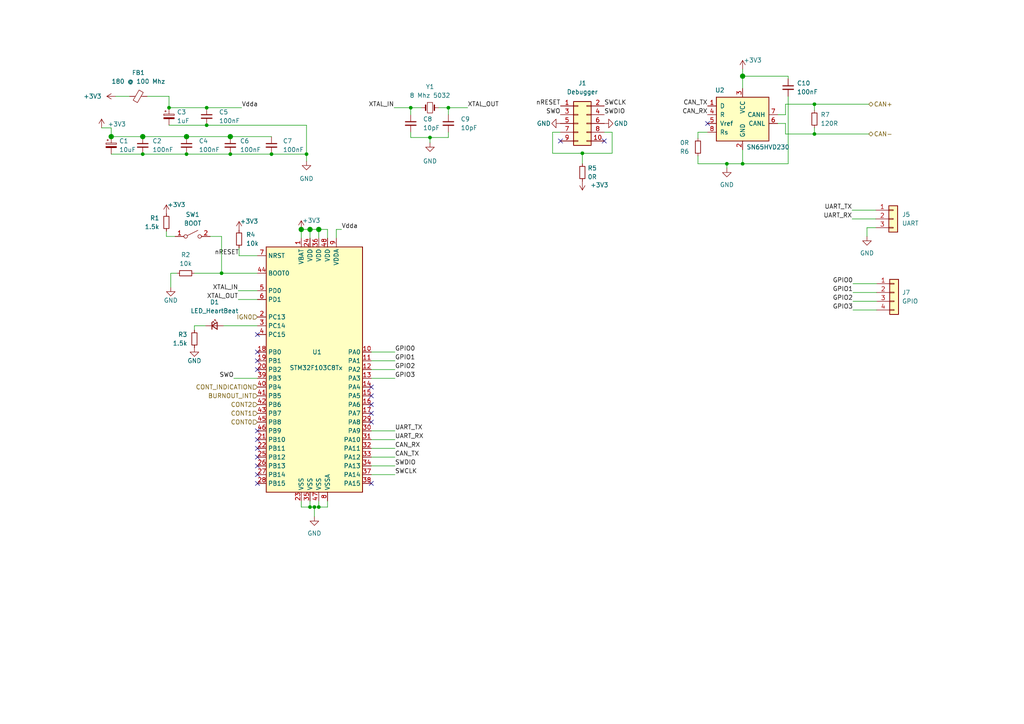
<source format=kicad_sch>
(kicad_sch (version 20210621) (generator eeschema)
  (paper "A4")
  (lib_symbols
    (symbol "Connector_Generic:Conn_01x03" (pin_names (offset 1.016) hide)
      (property "Reference" "J" (at 0 5.08 0))
      (property "Value" "Conn_01x03" (at 0 -5.08 0))
      (symbol "Conn_01x03_1_1"
        (rectangle (start -1.27 -2.413) (end 0 -2.667) (stroke (width 0.1524)))
        (rectangle (start -1.27 0.127) (end 0 -0.127) (stroke (width 0.1524)))
        (rectangle (start -1.27 2.667) (end 0 2.413) (stroke (width 0.1524)))
        (rectangle (start -1.27 3.81) (end 1.27 -3.81) (stroke (width 0.254)) (fill (type background)))
        (pin passive line (at -5.08 2.54 0) (length 3.81) (name "Pin_1") (number "1"))
        (pin passive line (at -5.08 0 0) (length 3.81) (name "Pin_2") (number "2"))
        (pin passive line (at -5.08 -2.54 0) (length 3.81) (name "Pin_3") (number "3"))
      )
    )
    (symbol "Connector_Generic:Conn_01x04" (pin_names (offset 1.016) hide)
      (property "Reference" "J" (at 0 5.08 0))
      (property "Value" "Conn_01x04" (at 0 -7.62 0))
      (symbol "Conn_01x04_1_1"
        (rectangle (start -1.27 -4.953) (end 0 -5.207) (stroke (width 0.1524)))
        (rectangle (start -1.27 -2.413) (end 0 -2.667) (stroke (width 0.1524)))
        (rectangle (start -1.27 0.127) (end 0 -0.127) (stroke (width 0.1524)))
        (rectangle (start -1.27 2.667) (end 0 2.413) (stroke (width 0.1524)))
        (rectangle (start -1.27 3.81) (end 1.27 -6.35) (stroke (width 0.254)) (fill (type background)))
        (pin passive line (at -5.08 2.54 0) (length 3.81) (name "Pin_1") (number "1"))
        (pin passive line (at -5.08 0 0) (length 3.81) (name "Pin_2") (number "2"))
        (pin passive line (at -5.08 -2.54 0) (length 3.81) (name "Pin_3") (number "3"))
        (pin passive line (at -5.08 -5.08 0) (length 3.81) (name "Pin_4") (number "4"))
      )
    )
    (symbol "Connector_Generic:Conn_02x05_Odd_Even" (pin_names (offset 1.016) hide)
      (property "Reference" "J" (at 1.27 7.62 0))
      (property "Value" "Conn_02x05_Odd_Even" (at 1.27 -7.62 0))
      (symbol "Conn_02x05_Odd_Even_1_1"
        (rectangle (start -1.27 -4.953) (end 0 -5.207) (stroke (width 0.1524)))
        (rectangle (start -1.27 -2.413) (end 0 -2.667) (stroke (width 0.1524)))
        (rectangle (start -1.27 0.127) (end 0 -0.127) (stroke (width 0.1524)))
        (rectangle (start -1.27 2.667) (end 0 2.413) (stroke (width 0.1524)))
        (rectangle (start -1.27 5.207) (end 0 4.953) (stroke (width 0.1524)))
        (rectangle (start 3.81 -4.953) (end 2.54 -5.207) (stroke (width 0.1524)))
        (rectangle (start 3.81 -2.413) (end 2.54 -2.667) (stroke (width 0.1524)))
        (rectangle (start 3.81 0.127) (end 2.54 -0.127) (stroke (width 0.1524)))
        (rectangle (start 3.81 2.667) (end 2.54 2.413) (stroke (width 0.1524)))
        (rectangle (start 3.81 5.207) (end 2.54 4.953) (stroke (width 0.1524)))
        (rectangle (start -1.27 6.35) (end 3.81 -6.35) (stroke (width 0.254)) (fill (type background)))
        (pin passive line (at -5.08 5.08 0) (length 3.81) (name "Pin_1") (number "1"))
        (pin passive line (at 7.62 -5.08 180) (length 3.81) (name "Pin_10") (number "10"))
        (pin passive line (at 7.62 5.08 180) (length 3.81) (name "Pin_2") (number "2"))
        (pin passive line (at -5.08 2.54 0) (length 3.81) (name "Pin_3") (number "3"))
        (pin passive line (at 7.62 2.54 180) (length 3.81) (name "Pin_4") (number "4"))
        (pin passive line (at -5.08 0 0) (length 3.81) (name "Pin_5") (number "5"))
        (pin passive line (at 7.62 0 180) (length 3.81) (name "Pin_6") (number "6"))
        (pin passive line (at -5.08 -2.54 0) (length 3.81) (name "Pin_7") (number "7"))
        (pin passive line (at 7.62 -2.54 180) (length 3.81) (name "Pin_8") (number "8"))
        (pin passive line (at -5.08 -5.08 0) (length 3.81) (name "Pin_9") (number "9"))
      )
    )
    (symbol "Device:C_Polarized_Small" (pin_numbers hide) (pin_names (offset 0.254) hide)
      (property "Reference" "C" (at 0.254 1.778 0))
      (property "Value" "C_Polarized_Small" (at 0.254 -2.032 0))
      (symbol "C_Polarized_Small_0_1"
        (rectangle (start -1.524 0.6858) (end 1.524 0.3048))
        (rectangle (start -1.524 -0.3048) (end 1.524 -0.6858) (fill (type outline)))
        (polyline (pts (xy -1.27 1.524) (xy -0.762 1.524)))
        (polyline (pts (xy -1.016 1.27) (xy -1.016 1.778)))
      )
      (symbol "C_Polarized_Small_1_1"
        (pin passive line (at 0 2.54 270) (length 1.8542) (name "~") (number "1"))
        (pin passive line (at 0 -2.54 90) (length 1.8542) (name "~") (number "2"))
      )
    )
    (symbol "Device:C_Small" (pin_numbers hide) (pin_names (offset 0.254) hide)
      (property "Reference" "C" (at 0.254 1.778 0))
      (property "Value" "C_Small" (at 0.254 -2.032 0))
      (symbol "C_Small_0_1"
        (polyline (pts (xy -1.524 -0.508) (xy 1.524 -0.508)) (stroke (width 0.3302)))
        (polyline (pts (xy -1.524 0.508) (xy 1.524 0.508)) (stroke (width 0.3048)))
      )
      (symbol "C_Small_1_1"
        (pin passive line (at 0 2.54 270) (length 2.032) (name "~") (number "1"))
        (pin passive line (at 0 -2.54 90) (length 2.032) (name "~") (number "2"))
      )
    )
    (symbol "Device:Crystal_Small" (pin_numbers hide) (pin_names (offset 1.016) hide)
      (property "Reference" "Y" (at 0 2.54 0))
      (property "Value" "Crystal_Small" (at 0 -2.54 0))
      (symbol "Crystal_Small_0_1"
        (rectangle (start -0.762 -1.524) (end 0.762 1.524))
        (polyline (pts (xy -1.27 -0.762) (xy -1.27 0.762)) (stroke (width 0.381)))
        (polyline (pts (xy 1.27 -0.762) (xy 1.27 0.762)) (stroke (width 0.381)))
      )
      (symbol "Crystal_Small_1_1"
        (pin passive line (at -2.54 0 0) (length 1.27) (name "1") (number "1"))
        (pin passive line (at 2.54 0 180) (length 1.27) (name "2") (number "2"))
      )
    )
    (symbol "Device:FerriteBead_Small" (pin_numbers hide) (pin_names (offset 0))
      (property "Reference" "FB" (at 1.905 1.27 0))
      (property "Value" "FerriteBead_Small" (at 1.905 -1.27 0))
      (symbol "FerriteBead_Small_0_1"
        (polyline (pts (xy 0 -1.27) (xy 0 -0.7874)))
        (polyline (pts (xy 0 0.889) (xy 0 1.2954)))
        (polyline (pts (xy -1.8288 0.2794) (xy -1.1176 1.4986) (xy 1.8288 -0.2032) (xy 1.1176 -1.4224) (xy -1.8288 0.2794)))
      )
      (symbol "FerriteBead_Small_1_1"
        (pin passive line (at 0 2.54 270) (length 1.27) (name "~") (number "1"))
        (pin passive line (at 0 -2.54 90) (length 1.27) (name "~") (number "2"))
      )
    )
    (symbol "Device:LED_Small" (pin_numbers hide) (pin_names (offset 0.254) hide)
      (property "Reference" "D" (at -1.27 3.175 0))
      (property "Value" "LED_Small" (at -4.445 -2.54 0))
      (symbol "LED_Small_0_1"
        (polyline (pts (xy -0.762 -1.016) (xy -0.762 1.016)) (stroke (width 0.254)))
        (polyline (pts (xy 1.016 0) (xy -0.762 0)))
        (polyline (pts (xy 0.762 -1.016) (xy -0.762 0) (xy 0.762 1.016) (xy 0.762 -1.016)) (stroke (width 0.254)))
        (polyline (pts (xy 0 0.762) (xy -0.508 1.27) (xy -0.254 1.27) (xy -0.508 1.27) (xy -0.508 1.016)))
        (polyline (pts (xy 0.508 1.27) (xy 0 1.778) (xy 0.254 1.778) (xy 0 1.778) (xy 0 1.524)))
      )
      (symbol "LED_Small_1_1"
        (pin passive line (at -2.54 0 0) (length 1.778) (name "K") (number "1"))
        (pin passive line (at 2.54 0 180) (length 1.778) (name "A") (number "2"))
      )
    )
    (symbol "Device:R_Small" (pin_numbers hide) (pin_names (offset 0.254) hide)
      (property "Reference" "R" (at 0.762 0.508 0))
      (property "Value" "R_Small" (at 0.762 -1.016 0))
      (symbol "R_Small_0_1"
        (rectangle (start -0.762 1.778) (end 0.762 -1.778) (stroke (width 0.2032)))
      )
      (symbol "R_Small_1_1"
        (pin passive line (at 0 2.54 270) (length 0.762) (name "~") (number "1"))
        (pin passive line (at 0 -2.54 90) (length 0.762) (name "~") (number "2"))
      )
    )
    (symbol "Interface_CAN_LIN:SN65HVD230" (pin_names (offset 1.016))
      (property "Reference" "U" (at -2.54 10.16 0))
      (property "Value" "SN65HVD230" (at -2.54 7.62 0))
      (symbol "SN65HVD230_0_1"
        (rectangle (start -7.62 5.08) (end 7.62 -7.62) (stroke (width 0.254)) (fill (type background)))
      )
      (symbol "SN65HVD230_1_1"
        (pin input line (at -10.16 2.54 0) (length 2.54) (name "D") (number "1"))
        (pin power_in line (at 0 -10.16 90) (length 2.54) (name "GND") (number "2"))
        (pin power_in line (at 0 7.62 270) (length 2.54) (name "VCC") (number "3"))
        (pin output line (at -10.16 0 0) (length 2.54) (name "R") (number "4"))
        (pin output line (at -10.16 -2.54 0) (length 2.54) (name "Vref") (number "5"))
        (pin bidirectional line (at 10.16 -2.54 180) (length 2.54) (name "CANL") (number "6"))
        (pin bidirectional line (at 10.16 0 180) (length 2.54) (name "CANH") (number "7"))
        (pin input line (at -10.16 -5.08 0) (length 2.54) (name "Rs") (number "8"))
      )
    )
    (symbol "MCU_ST_STM32F1:STM32F103C8Tx"
      (property "Reference" "U" (at -15.24 36.83 0))
      (property "Value" "STM32F103C8Tx" (at 7.62 36.83 0))
      (symbol "STM32F103C8Tx_0_1"
        (rectangle (start -15.24 -35.56) (end 12.7 35.56) (stroke (width 0.254)) (fill (type background)))
      )
      (symbol "STM32F103C8Tx_1_1"
        (pin power_in line (at -5.08 38.1 270) (length 2.54) (name "VBAT") (number "1"))
        (pin bidirectional line (at 15.24 5.08 180) (length 2.54) (name "PA0") (number "10"))
        (pin bidirectional line (at 15.24 2.54 180) (length 2.54) (name "PA1") (number "11"))
        (pin bidirectional line (at 15.24 0 180) (length 2.54) (name "PA2") (number "12"))
        (pin bidirectional line (at 15.24 -2.54 180) (length 2.54) (name "PA3") (number "13"))
        (pin bidirectional line (at 15.24 -5.08 180) (length 2.54) (name "PA4") (number "14"))
        (pin bidirectional line (at 15.24 -7.62 180) (length 2.54) (name "PA5") (number "15"))
        (pin bidirectional line (at 15.24 -10.16 180) (length 2.54) (name "PA6") (number "16"))
        (pin bidirectional line (at 15.24 -12.7 180) (length 2.54) (name "PA7") (number "17"))
        (pin bidirectional line (at -17.78 5.08 0) (length 2.54) (name "PB0") (number "18"))
        (pin bidirectional line (at -17.78 2.54 0) (length 2.54) (name "PB1") (number "19"))
        (pin bidirectional line (at -17.78 15.24 0) (length 2.54) (name "PC13") (number "2"))
        (pin bidirectional line (at -17.78 0 0) (length 2.54) (name "PB2") (number "20"))
        (pin bidirectional line (at -17.78 -20.32 0) (length 2.54) (name "PB10") (number "21"))
        (pin bidirectional line (at -17.78 -22.86 0) (length 2.54) (name "PB11") (number "22"))
        (pin power_in line (at -5.08 -38.1 90) (length 2.54) (name "VSS") (number "23"))
        (pin power_in line (at -2.54 38.1 270) (length 2.54) (name "VDD") (number "24"))
        (pin bidirectional line (at -17.78 -25.4 0) (length 2.54) (name "PB12") (number "25"))
        (pin bidirectional line (at -17.78 -27.94 0) (length 2.54) (name "PB13") (number "26"))
        (pin bidirectional line (at -17.78 -30.48 0) (length 2.54) (name "PB14") (number "27"))
        (pin bidirectional line (at -17.78 -33.02 0) (length 2.54) (name "PB15") (number "28"))
        (pin bidirectional line (at 15.24 -15.24 180) (length 2.54) (name "PA8") (number "29"))
        (pin bidirectional line (at -17.78 12.7 0) (length 2.54) (name "PC14") (number "3"))
        (pin bidirectional line (at 15.24 -17.78 180) (length 2.54) (name "PA9") (number "30"))
        (pin bidirectional line (at 15.24 -20.32 180) (length 2.54) (name "PA10") (number "31"))
        (pin bidirectional line (at 15.24 -22.86 180) (length 2.54) (name "PA11") (number "32"))
        (pin bidirectional line (at 15.24 -25.4 180) (length 2.54) (name "PA12") (number "33"))
        (pin bidirectional line (at 15.24 -27.94 180) (length 2.54) (name "PA13") (number "34"))
        (pin power_in line (at -2.54 -38.1 90) (length 2.54) (name "VSS") (number "35"))
        (pin power_in line (at 0 38.1 270) (length 2.54) (name "VDD") (number "36"))
        (pin bidirectional line (at 15.24 -30.48 180) (length 2.54) (name "PA14") (number "37"))
        (pin bidirectional line (at 15.24 -33.02 180) (length 2.54) (name "PA15") (number "38"))
        (pin bidirectional line (at -17.78 -2.54 0) (length 2.54) (name "PB3") (number "39"))
        (pin bidirectional line (at -17.78 10.16 0) (length 2.54) (name "PC15") (number "4"))
        (pin bidirectional line (at -17.78 -5.08 0) (length 2.54) (name "PB4") (number "40"))
        (pin bidirectional line (at -17.78 -7.62 0) (length 2.54) (name "PB5") (number "41"))
        (pin bidirectional line (at -17.78 -10.16 0) (length 2.54) (name "PB6") (number "42"))
        (pin bidirectional line (at -17.78 -12.7 0) (length 2.54) (name "PB7") (number "43"))
        (pin input line (at -17.78 27.94 0) (length 2.54) (name "BOOT0") (number "44"))
        (pin bidirectional line (at -17.78 -15.24 0) (length 2.54) (name "PB8") (number "45"))
        (pin bidirectional line (at -17.78 -17.78 0) (length 2.54) (name "PB9") (number "46"))
        (pin power_in line (at 0 -38.1 90) (length 2.54) (name "VSS") (number "47"))
        (pin power_in line (at 2.54 38.1 270) (length 2.54) (name "VDD") (number "48"))
        (pin input line (at -17.78 22.86 0) (length 2.54) (name "PD0") (number "5"))
        (pin input line (at -17.78 20.32 0) (length 2.54) (name "PD1") (number "6"))
        (pin input line (at -17.78 33.02 0) (length 2.54) (name "NRST") (number "7"))
        (pin power_in line (at 2.54 -38.1 90) (length 2.54) (name "VSSA") (number "8"))
        (pin power_in line (at 5.08 38.1 270) (length 2.54) (name "VDDA") (number "9"))
      )
    )
    (symbol "Switch:SW_SPST" (pin_names (offset 0) hide)
      (property "Reference" "SW" (at 0 3.175 0))
      (property "Value" "SW_SPST" (at 0 -2.54 0))
      (symbol "SW_SPST_0_0"
        (circle (center -2.032 0) (radius 0.508))
        (circle (center 2.032 0) (radius 0.508))
        (polyline (pts (xy -1.524 0.254) (xy 1.524 1.778)))
      )
      (symbol "SW_SPST_1_1"
        (pin passive line (at -5.08 0 0) (length 2.54) (name "A") (number "1"))
        (pin passive line (at 5.08 0 180) (length 2.54) (name "B") (number "2"))
      )
    )
    (symbol "power:+3.3V" (power) (pin_names (offset 0))
      (property "Value" "+3.3V" (at 0 3.556 0))
      (symbol "+3.3V_0_1"
        (polyline (pts (xy -0.762 1.27) (xy 0 2.54)))
        (polyline (pts (xy 0 0) (xy 0 2.54)))
        (polyline (pts (xy 0 2.54) (xy 0.762 1.27)))
      )
      (symbol "+3.3V_1_1"
        (pin power_in line (at 0 0 90) (length 0) hide (name "+3V3") (number "1"))
      )
    )
    (symbol "power:GND" (power) (pin_names (offset 0))
      (property "Value" "GND" (at 0 -3.81 0))
      (symbol "GND_0_1"
        (polyline (pts (xy 0 0) (xy 0 -1.27) (xy 1.27 -1.27) (xy 0 -2.54) (xy -1.27 -1.27) (xy 0 -1.27)))
      )
      (symbol "GND_1_1"
        (pin power_in line (at 0 0 270) (length 0) hide (name "GND") (number "1"))
      )
    )
  )
  (junction (at 32.258 39.624) (diameter 1.36))
  (junction (at 41.402 39.624) (diameter 1.36))
  (junction (at 41.402 44.704) (diameter 0.9144))
  (junction (at 49.022 31.242) (diameter 0.9144))
  (junction (at 54.102 39.624) (diameter 1.36))
  (junction (at 54.102 44.704) (diameter 0.9144))
  (junction (at 59.944 31.242) (diameter 0.9144))
  (junction (at 59.944 36.322) (diameter 0.9144))
  (junction (at 64.262 79.248) (diameter 0.9144))
  (junction (at 66.802 39.624) (diameter 1.36))
  (junction (at 66.802 44.704) (diameter 0.9144))
  (junction (at 78.74 44.704) (diameter 0.9144))
  (junction (at 87.376 66.548) (diameter 1.36))
  (junction (at 88.9 44.704) (diameter 0.9144))
  (junction (at 89.916 66.548) (diameter 1.36))
  (junction (at 89.916 147.066) (diameter 0.9144))
  (junction (at 91.186 147.066) (diameter 0.9144))
  (junction (at 92.456 66.548) (diameter 1.36))
  (junction (at 92.456 147.066) (diameter 0.9144))
  (junction (at 119.126 31.242) (diameter 0.9144))
  (junction (at 124.714 39.878) (diameter 0.9144))
  (junction (at 130.048 31.242) (diameter 0.9144))
  (junction (at 168.91 44.45) (diameter 0.9144))
  (junction (at 210.82 47.498) (diameter 0.9144))
  (junction (at 215.392 22.098) (diameter 1.36))
  (junction (at 215.392 47.498) (diameter 0.9144))
  (junction (at 236.22 30.226) (diameter 0.9144))
  (junction (at 236.22 38.862) (diameter 0.9144))
  (no_connect (at 74.676 97.028))
  (no_connect (at 74.676 102.108))
  (no_connect (at 74.676 104.648))
  (no_connect (at 74.676 107.188))
  (no_connect (at 74.676 124.968))
  (no_connect (at 74.676 127.508))
  (no_connect (at 74.676 130.048))
  (no_connect (at 74.676 132.588))
  (no_connect (at 74.676 135.128))
  (no_connect (at 74.676 137.668))
  (no_connect (at 74.676 140.208))
  (no_connect (at 107.696 112.268))
  (no_connect (at 107.696 114.808))
  (no_connect (at 107.696 117.348))
  (no_connect (at 107.696 119.888))
  (no_connect (at 107.696 122.428))
  (no_connect (at 107.696 140.208))
  (no_connect (at 162.56 40.894))
  (no_connect (at 175.26 40.894))
  (no_connect (at 205.232 35.814))
  (wire (pts (xy 29.464 37.084) (xy 32.258 37.084)))
  (wire (pts (xy 32.258 37.084) (xy 32.258 39.624)))
  (wire (pts (xy 32.258 39.624) (xy 41.402 39.624)))
  (wire (pts (xy 33.528 27.94) (xy 37.592 27.94)))
  (wire (pts (xy 41.402 39.624) (xy 54.102 39.624)))
  (wire (pts (xy 41.402 44.704) (xy 32.258 44.704)))
  (wire (pts (xy 48.26 67.056) (xy 48.26 68.58)))
  (wire (pts (xy 48.26 68.58) (xy 50.8 68.58)))
  (wire (pts (xy 49.022 27.94) (xy 42.672 27.94)))
  (wire (pts (xy 49.022 31.242) (xy 49.022 27.94)))
  (wire (pts (xy 49.022 31.242) (xy 59.944 31.242)))
  (wire (pts (xy 49.022 36.322) (xy 59.944 36.322)))
  (wire (pts (xy 49.53 79.248) (xy 49.53 83.312)))
  (wire (pts (xy 49.53 79.248) (xy 51.308 79.248)))
  (wire (pts (xy 54.102 39.624) (xy 66.802 39.624)))
  (wire (pts (xy 54.102 44.704) (xy 41.402 44.704)))
  (wire (pts (xy 56.388 79.248) (xy 64.262 79.248)))
  (wire (pts (xy 56.388 94.488) (xy 59.69 94.488)))
  (wire (pts (xy 56.388 95.758) (xy 56.388 94.488)))
  (wire (pts (xy 59.944 31.242) (xy 70.104 31.242)))
  (wire (pts (xy 59.944 36.322) (xy 88.9 36.322)))
  (wire (pts (xy 60.96 68.58) (xy 64.262 68.58)))
  (wire (pts (xy 64.262 68.58) (xy 64.262 79.248)))
  (wire (pts (xy 64.262 79.248) (xy 74.676 79.248)))
  (wire (pts (xy 64.77 94.488) (xy 74.676 94.488)))
  (wire (pts (xy 66.802 39.624) (xy 78.74 39.624)))
  (wire (pts (xy 66.802 44.704) (xy 54.102 44.704)))
  (wire (pts (xy 69.088 84.328) (xy 74.676 84.328)))
  (wire (pts (xy 69.088 86.868) (xy 74.676 86.868)))
  (wire (pts (xy 69.342 74.168) (xy 69.342 71.882)))
  (wire (pts (xy 74.676 74.168) (xy 69.342 74.168)))
  (wire (pts (xy 74.676 109.728) (xy 67.818 109.728)))
  (wire (pts (xy 78.74 44.704) (xy 66.802 44.704)))
  (wire (pts (xy 87.376 66.548) (xy 89.916 66.548)))
  (wire (pts (xy 87.376 69.088) (xy 87.376 66.548)))
  (wire (pts (xy 87.376 145.288) (xy 87.376 147.066)))
  (wire (pts (xy 87.376 147.066) (xy 89.916 147.066)))
  (wire (pts (xy 88.9 36.322) (xy 88.9 44.704)))
  (wire (pts (xy 88.9 44.704) (xy 78.74 44.704)))
  (wire (pts (xy 88.9 44.704) (xy 88.9 46.736)))
  (wire (pts (xy 89.916 66.548) (xy 92.456 66.548)))
  (wire (pts (xy 89.916 69.088) (xy 89.916 66.548)))
  (wire (pts (xy 89.916 145.288) (xy 89.916 147.066)))
  (wire (pts (xy 89.916 147.066) (xy 91.186 147.066)))
  (wire (pts (xy 91.186 147.066) (xy 91.186 149.86)))
  (wire (pts (xy 91.186 147.066) (xy 92.456 147.066)))
  (wire (pts (xy 92.456 66.548) (xy 92.456 69.088)))
  (wire (pts (xy 92.456 66.548) (xy 94.996 66.548)))
  (wire (pts (xy 92.456 145.288) (xy 92.456 147.066)))
  (wire (pts (xy 92.456 147.066) (xy 94.996 147.066)))
  (wire (pts (xy 94.996 66.548) (xy 94.996 69.088)))
  (wire (pts (xy 94.996 147.066) (xy 94.996 145.288)))
  (wire (pts (xy 97.536 66.548) (xy 97.536 69.088)))
  (wire (pts (xy 99.06 66.548) (xy 97.536 66.548)))
  (wire (pts (xy 107.696 102.108) (xy 114.554 102.108)))
  (wire (pts (xy 107.696 104.648) (xy 114.554 104.648)))
  (wire (pts (xy 107.696 107.188) (xy 114.554 107.188)))
  (wire (pts (xy 107.696 109.728) (xy 114.554 109.728)))
  (wire (pts (xy 107.696 124.968) (xy 114.554 124.968)))
  (wire (pts (xy 107.696 127.508) (xy 114.554 127.508)))
  (wire (pts (xy 107.696 130.048) (xy 114.554 130.048)))
  (wire (pts (xy 107.696 132.588) (xy 114.554 132.588)))
  (wire (pts (xy 107.696 135.128) (xy 114.554 135.128)))
  (wire (pts (xy 107.696 137.668) (xy 114.554 137.668)))
  (wire (pts (xy 114.3 31.242) (xy 119.126 31.242)))
  (wire (pts (xy 119.126 31.242) (xy 119.126 33.274)))
  (wire (pts (xy 119.126 39.878) (xy 119.126 38.354)))
  (wire (pts (xy 122.174 31.242) (xy 119.126 31.242)))
  (wire (pts (xy 124.714 39.878) (xy 119.126 39.878)))
  (wire (pts (xy 124.714 39.878) (xy 130.048 39.878)))
  (wire (pts (xy 124.714 41.402) (xy 124.714 39.878)))
  (wire (pts (xy 127.254 31.242) (xy 130.048 31.242)))
  (wire (pts (xy 130.048 31.242) (xy 130.048 33.274)))
  (wire (pts (xy 130.048 31.242) (xy 135.636 31.242)))
  (wire (pts (xy 130.048 39.878) (xy 130.048 38.354)))
  (wire (pts (xy 160.274 38.354) (xy 160.274 44.45)))
  (wire (pts (xy 160.274 44.45) (xy 168.91 44.45)))
  (wire (pts (xy 162.56 38.354) (xy 160.274 38.354)))
  (wire (pts (xy 168.91 44.45) (xy 168.91 47.498)))
  (wire (pts (xy 168.91 44.45) (xy 177.546 44.45)))
  (wire (pts (xy 177.546 38.354) (xy 175.26 38.354)))
  (wire (pts (xy 177.546 44.45) (xy 177.546 38.354)))
  (wire (pts (xy 202.438 38.354) (xy 205.232 38.354)))
  (wire (pts (xy 202.438 40.132) (xy 202.438 38.354)))
  (wire (pts (xy 202.438 47.498) (xy 202.438 45.212)))
  (wire (pts (xy 210.82 47.498) (xy 202.438 47.498)))
  (wire (pts (xy 210.82 48.768) (xy 210.82 47.498)))
  (wire (pts (xy 215.392 20.066) (xy 215.392 22.098)))
  (wire (pts (xy 215.392 22.098) (xy 215.392 25.654)))
  (wire (pts (xy 215.392 43.434) (xy 215.392 47.498)))
  (wire (pts (xy 215.392 47.498) (xy 210.82 47.498)))
  (wire (pts (xy 225.552 33.274) (xy 227.838 33.274)))
  (wire (pts (xy 225.552 35.814) (xy 227.838 35.814)))
  (wire (pts (xy 227.838 30.226) (xy 236.22 30.226)))
  (wire (pts (xy 227.838 33.274) (xy 227.838 30.226)))
  (wire (pts (xy 227.838 35.814) (xy 227.838 38.862)))
  (wire (pts (xy 227.838 38.862) (xy 236.22 38.862)))
  (wire (pts (xy 228.6 22.098) (xy 215.392 22.098)))
  (wire (pts (xy 228.6 22.86) (xy 228.6 22.098)))
  (wire (pts (xy 228.6 27.94) (xy 228.6 47.498)))
  (wire (pts (xy 228.6 47.498) (xy 215.392 47.498)))
  (wire (pts (xy 236.22 30.226) (xy 236.22 32.004)))
  (wire (pts (xy 236.22 30.226) (xy 251.968 30.226)))
  (wire (pts (xy 236.22 38.862) (xy 236.22 37.084)))
  (wire (pts (xy 236.22 38.862) (xy 251.968 38.862)))
  (wire (pts (xy 251.46 66.04) (xy 254 66.04)))
  (wire (pts (xy 251.46 68.58) (xy 251.46 66.04)))
  (wire (pts (xy 254 60.96) (xy 247.142 60.96)))
  (wire (pts (xy 254 63.5) (xy 247.142 63.5)))
  (wire (pts (xy 254.254 82.296) (xy 247.396 82.296)))
  (wire (pts (xy 254.254 84.836) (xy 247.396 84.836)))
  (wire (pts (xy 254.254 87.376) (xy 247.396 87.376)))
  (wire (pts (xy 254.254 89.916) (xy 247.396 89.916)))
  (label "SWO" (at 67.818 109.728 180))
  (label "XTAL_IN" (at 69.088 84.328 180))
  (label "XTAL_OUT" (at 69.088 86.868 180))
  (label "nRESET" (at 69.342 74.168 180))
  (label "Vdda" (at 70.104 31.242 0))
  (label "Vdda" (at 99.06 66.548 0))
  (label "XTAL_IN" (at 114.3 31.242 180))
  (label "GPIO0" (at 114.554 102.108 0))
  (label "GPIO1" (at 114.554 104.648 0))
  (label "GPIO2" (at 114.554 107.188 0))
  (label "GPIO3" (at 114.554 109.728 0))
  (label "UART_TX" (at 114.554 124.968 0))
  (label "UART_RX" (at 114.554 127.508 0))
  (label "CAN_RX" (at 114.554 130.048 0))
  (label "CAN_TX" (at 114.554 132.588 0))
  (label "SWDIO" (at 114.554 135.128 0))
  (label "SWCLK" (at 114.554 137.668 0))
  (label "XTAL_OUT" (at 135.636 31.242 0))
  (label "nRESET" (at 162.56 30.734 180))
  (label "SWO" (at 162.56 33.274 180))
  (label "SWCLK" (at 175.26 30.734 0))
  (label "SWDIO" (at 175.26 33.274 0))
  (label "CAN_TX" (at 205.232 30.734 180))
  (label "CAN_RX" (at 205.232 33.274 180))
  (label "UART_TX" (at 247.142 60.96 180))
  (label "UART_RX" (at 247.142 63.5 180))
  (label "GPIO0" (at 247.396 82.296 180))
  (label "GPIO1" (at 247.396 84.836 180))
  (label "GPIO2" (at 247.396 87.376 180))
  (label "GPIO3" (at 247.396 89.916 180))
  (hierarchical_label "IGN0" (shape input) (at 74.676 91.948 180))
  (hierarchical_label "CONT_INDICATION" (shape input) (at 74.676 112.268 180))
  (hierarchical_label "BURNOUT_INT" (shape input) (at 74.676 114.808 180))
  (hierarchical_label "CONT2" (shape input) (at 74.676 117.348 180))
  (hierarchical_label "CONT1" (shape input) (at 74.676 119.888 180))
  (hierarchical_label "CONT0" (shape input) (at 74.676 122.428 180))
  (hierarchical_label "CAN+" (shape bidirectional) (at 251.968 30.226 0))
  (hierarchical_label "CAN-" (shape bidirectional) (at 251.968 38.862 0))
  (symbol (lib_id "power:+3.3V") (at 29.464 37.084 0) (unit 1)
    (property "Reference" "#PWR01" (effects hide))
    (property "Value" "+3.3V" (at 31.242 36.0044 0) (effects (justify left)))
  )
  (symbol (lib_id "power:+3.3V") (at 33.528 27.94 90) (unit 1)
    (property "Reference" "#PWR02" (effects hide))
    (property "Value" "+3.3V" (at 29.464 27.9399 90) (effects (justify left)))
  )
  (symbol (lib_id "power:+3.3V") (at 48.26 61.976 0) (unit 1)
    (property "Reference" "#PWR03" (effects hide))
    (property "Value" "+3.3V" (at 48.514 59.3724 0) (effects (justify left)))
  )
  (symbol (lib_id "power:+3.3V") (at 69.342 66.802 0) (unit 1)
    (property "Reference" "#PWR06" (effects hide))
    (property "Value" "+3.3V" (at 69.596 64.1984 0) (effects (justify left)))
  )
  (symbol (lib_id "power:+3.3V") (at 87.376 66.548 0) (unit 1)
    (property "Reference" "#PWR07" (effects hide))
    (property "Value" "+3.3V" (at 87.63 63.9444 0) (effects (justify left)))
  )
  (symbol (lib_id "power:+3.3V") (at 168.91 52.578 180) (unit 1)
    (property "Reference" "#PWR012" (effects hide))
    (property "Value" "+3.3V" (at 171.196 53.6574 0) (effects (justify right)))
  )
  (symbol (lib_id "power:+3.3V") (at 215.392 20.066 0) (unit 1)
    (property "Reference" "#PWR015" (effects hide))
    (property "Value" "+3.3V" (at 215.646 17.4624 0) (effects (justify left)))
  )
  (symbol (lib_id "power:GND") (at 49.53 83.312 0) (unit 1)
    (property "Reference" "#PWR04" (effects hide))
    (property "Value" "GND" (at 49.53 87.122 0))
  )
  (symbol (lib_id "power:GND") (at 56.388 100.838 0) (unit 1)
    (property "Reference" "#PWR05" (effects hide))
    (property "Value" "GND" (at 56.388 104.648 0))
  )
  (symbol (lib_id "power:GND") (at 88.9 46.736 0) (unit 1)
    (property "Reference" "#PWR08" (effects hide))
    (property "Value" "GND" (at 88.9 51.816 0))
  )
  (symbol (lib_id "power:GND") (at 91.186 149.86 0) (unit 1)
    (property "Reference" "#PWR09" (effects hide))
    (property "Value" "GND" (at 91.186 154.686 0))
  )
  (symbol (lib_id "power:GND") (at 124.714 41.402 0) (unit 1)
    (property "Reference" "#PWR010" (effects hide))
    (property "Value" "GND" (at 124.714 46.736 0))
  )
  (symbol (lib_id "power:GND") (at 162.56 35.814 270) (unit 1)
    (property "Reference" "#PWR011" (effects hide))
    (property "Value" "GND" (at 159.766 35.8141 90) (effects (justify right)))
  )
  (symbol (lib_id "power:GND") (at 175.26 35.814 90) (unit 1)
    (property "Reference" "#PWR013" (effects hide))
    (property "Value" "GND" (at 178.054 35.8139 90) (effects (justify right)))
  )
  (symbol (lib_id "power:GND") (at 210.82 48.768 0) (unit 1)
    (property "Reference" "#PWR014" (effects hide))
    (property "Value" "GND" (at 210.82 53.594 0))
  )
  (symbol (lib_id "power:GND") (at 251.46 68.58 0) (unit 1)
    (property "Reference" "#PWR021" (effects hide))
    (property "Value" "GND" (at 251.46 73.406 0))
  )
  (symbol (lib_id "Device:R_Small") (at 48.26 64.516 0) (mirror x) (unit 1)
    (property "Reference" "R1" (at 46.228 63.2459 0) (effects (justify right)))
    (property "Value" "1.5k" (at 46.228 65.7859 0) (effects (justify right)))
    (property "Footprint" "Resistor_SMD:R_0402_1005Metric" (effects hide))
  )
  (symbol (lib_id "Device:R_Small") (at 53.848 79.248 90) (unit 1)
    (property "Reference" "R2" (at 53.848 73.914 90))
    (property "Value" "10k" (at 53.848 76.454 90))
    (property "Footprint" "Resistor_SMD:R_0402_1005Metric" (effects hide))
  )
  (symbol (lib_id "Device:R_Small") (at 56.388 98.298 0) (mirror x) (unit 1)
    (property "Reference" "R3" (at 54.356 97.0279 0) (effects (justify right)))
    (property "Value" "1.5k" (at 54.356 99.5679 0) (effects (justify right)))
    (property "Footprint" "Resistor_SMD:R_0402_1005Metric" (effects hide))
  )
  (symbol (lib_id "Device:R_Small") (at 69.342 69.342 0) (unit 1)
    (property "Reference" "R4" (at 71.374 68.0719 0) (effects (justify left)))
    (property "Value" "10k" (at 71.374 70.6119 0) (effects (justify left)))
    (property "Footprint" "Resistor_SMD:R_0402_1005Metric" (effects hide))
  )
  (symbol (lib_id "Device:R_Small") (at 168.91 50.038 0) (unit 1)
    (property "Reference" "R5" (at 170.434 48.7679 0) (effects (justify left)))
    (property "Value" "0R" (at 170.434 51.3079 0) (effects (justify left)))
    (property "Footprint" "Resistor_SMD:R_0402_1005Metric" (effects hide))
  )
  (symbol (lib_id "Device:R_Small") (at 202.438 42.672 180) (unit 1)
    (property "Reference" "R6" (at 199.898 43.9421 0) (effects (justify left)))
    (property "Value" "0R" (at 199.898 41.4021 0) (effects (justify left)))
    (property "Footprint" "Resistor_SMD:R_0402_1005Metric" (effects hide))
  )
  (symbol (lib_id "Device:R_Small") (at 236.22 34.544 0) (unit 1)
    (property "Reference" "R7" (at 237.998 33.2739 0) (effects (justify left)))
    (property "Value" "120R" (at 237.998 35.8139 0) (effects (justify left)))
    (property "Footprint" "Resistor_SMD:R_0402_1005Metric" (effects hide))
  )
  (symbol (lib_id "Device:LED_Small") (at 62.23 94.488 0) (unit 1)
    (property "Reference" "D1" (at 62.23 87.63 0))
    (property "Value" "LED_HeartBeat" (at 62.23 90.17 0))
    (property "Footprint" "LED_SMD:LED_0603_1608Metric" (effects hide))
  )
  (symbol (lib_id "Device:C_Polarized_Small") (at 32.258 42.164 0) (unit 1)
    (property "Reference" "C1" (at 34.544 40.894 0) (effects (justify left)))
    (property "Value" "10uF" (at 34.544 43.434 0) (effects (justify left)))
    (property "Footprint" "Capacitor_Tantalum_SMD:CP_EIA-3216-18_Kemet-A" (effects hide))
  )
  (symbol (lib_id "Device:C_Polarized_Small") (at 49.022 33.782 0) (unit 1)
    (property "Reference" "C3" (at 51.308 32.5119 0) (effects (justify left)))
    (property "Value" "1uF" (at 51.308 35.052 0) (effects (justify left)))
    (property "Footprint" "Capacitor_Tantalum_SMD:CP_EIA-3216-18_Kemet-A" (effects hide))
  )
  (symbol (lib_id "Device:Crystal_Small") (at 124.714 31.242 0) (unit 1)
    (property "Reference" "Y1" (at 124.714 25.146 0))
    (property "Value" "8 Mhz 5032" (at 124.714 27.686 0))
    (property "Footprint" "Crystal:Crystal_SMD_5032-2Pin_5.0x3.2mm" (effects hide))
  )
  (symbol (lib_id "Device:C_Small") (at 41.402 42.164 0) (unit 1)
    (property "Reference" "C2" (at 44.196 40.894 0) (effects (justify left)))
    (property "Value" "100nF" (at 44.196 43.434 0) (effects (justify left)))
    (property "Footprint" "Capacitor_SMD:C_0402_1005Metric" (effects hide))
  )
  (symbol (lib_id "Device:C_Small") (at 54.102 42.164 0) (unit 1)
    (property "Reference" "C4" (at 57.658 40.894 0) (effects (justify left)))
    (property "Value" "100nF" (at 57.658 43.434 0) (effects (justify left)))
    (property "Footprint" "Capacitor_SMD:C_0402_1005Metric" (effects hide))
  )
  (symbol (lib_id "Device:C_Small") (at 59.944 33.782 0) (unit 1)
    (property "Reference" "C5" (at 63.5 32.512 0) (effects (justify left)))
    (property "Value" "100nF" (at 63.5 35.052 0) (effects (justify left)))
    (property "Footprint" "Capacitor_SMD:C_0402_1005Metric" (effects hide))
  )
  (symbol (lib_id "Device:C_Small") (at 66.802 42.164 0) (unit 1)
    (property "Reference" "C6" (at 69.596 40.894 0) (effects (justify left)))
    (property "Value" "100nF" (at 69.596 43.434 0) (effects (justify left)))
    (property "Footprint" "Capacitor_SMD:C_0402_1005Metric" (effects hide))
  )
  (symbol (lib_id "Device:C_Small") (at 78.74 42.164 0) (unit 1)
    (property "Reference" "C7" (at 82.042 40.894 0) (effects (justify left)))
    (property "Value" "100nF" (at 82.042 43.434 0) (effects (justify left)))
    (property "Footprint" "Capacitor_SMD:C_0402_1005Metric" (effects hide))
  )
  (symbol (lib_id "Device:C_Small") (at 119.126 35.814 0) (unit 1)
    (property "Reference" "C8" (at 122.682 34.5439 0) (effects (justify left)))
    (property "Value" "10pF" (at 122.682 37.0839 0) (effects (justify left)))
    (property "Footprint" "Capacitor_SMD:C_0402_1005Metric" (effects hide))
  )
  (symbol (lib_id "Device:C_Small") (at 130.048 35.814 0) (unit 1)
    (property "Reference" "C9" (at 133.604 34.5439 0) (effects (justify left)))
    (property "Value" "10pF" (at 133.604 37.0839 0) (effects (justify left)))
    (property "Footprint" "Capacitor_SMD:C_0402_1005Metric" (effects hide))
  )
  (symbol (lib_id "Device:C_Small") (at 228.6 25.4 0) (unit 1)
    (property "Reference" "C10" (at 231.14 24.1299 0) (effects (justify left)))
    (property "Value" "100nF" (at 231.14 26.6699 0) (effects (justify left)))
    (property "Footprint" "Capacitor_SMD:C_0402_1005Metric" (effects hide))
  )
  (symbol (lib_id "Device:FerriteBead_Small") (at 40.132 27.94 90) (unit 1)
    (property "Reference" "FB1" (at 40.132 21.082 90))
    (property "Value" "180 @ 100 Mhz" (at 40.132 23.622 90))
    (property "Footprint" "Inductor_SMD:L_0603_1608Metric_Pad1.05x0.95mm_HandSolder" (effects hide))
  )
  (symbol (lib_id "Switch:SW_SPST") (at 55.88 68.58 0) (unit 1)
    (property "Reference" "SW1" (at 55.88 62.23 0))
    (property "Value" "BOOT" (at 55.88 64.77 0))
    (property "Footprint" "Button_Switch_SMD:SW_DIP_SPSTx01_Slide_6.7x4.1mm_W6.73mm_P2.54mm_LowProfile_JPin" (effects hide))
  )
  (symbol (lib_id "Connector_Generic:Conn_01x03") (at 259.08 63.5 0) (unit 1)
    (property "Reference" "J5" (at 261.62 62.2299 0) (effects (justify left)))
    (property "Value" "UART" (at 261.62 64.7699 0) (effects (justify left)))
    (property "Footprint" "Connector_PinHeader_2.54mm:PinHeader_1x03_P2.54mm_Vertical" (effects hide))
  )
  (symbol (lib_id "Connector_Generic:Conn_01x04") (at 259.334 84.836 0) (unit 1)
    (property "Reference" "J7" (at 261.62 84.8359 0) (effects (justify left)))
    (property "Value" "GPIO" (at 261.62 87.3759 0) (effects (justify left)))
    (property "Footprint" "Connector_PinHeader_2.54mm:PinHeader_1x04_P2.54mm_Vertical" (effects hide))
  )
  (symbol (lib_id "Connector_Generic:Conn_02x05_Odd_Even") (at 167.64 35.814 0) (unit 1)
    (property "Reference" "J1" (at 168.91 24.13 0))
    (property "Value" "Debugger" (at 168.91 26.67 0))
    (property "Footprint" "Connector_PinHeader_2.54mm:PinHeader_2x05_P2.54mm_Vertical_SMD" (effects hide))
  )
  (symbol (lib_id "Interface_CAN_LIN:SN65HVD230") (at 215.392 33.274 0) (unit 1)
    (property "Reference" "U2" (at 208.788 26.162 0))
    (property "Value" "SN65HVD230" (at 222.758 42.672 0))
    (property "Footprint" "Package_SO:SOIC-8_3.9x4.9mm_P1.27mm" (effects hide))
    (property "Datasheet" "http://www.ti.com/lit/ds/symlink/sn65hvd230.pdf" (effects hide))
  )
  (symbol (lib_id "MCU_ST_STM32F1:STM32F103C8Tx") (at 92.456 107.188 0) (unit 1)
    (property "Reference" "U1" (at 91.948 102.108 0))
    (property "Value" "STM32F103C8Tx" (at 91.694 106.68 0))
    (property "Footprint" "Package_QFP:LQFP-48_7x7mm_P0.5mm" (effects hide))
    (property "Datasheet" "http://www.st.com/st-web-ui/static/active/en/resource/technical/document/datasheet/CD00161566.pdf" (effects hide))
  )
)
</source>
